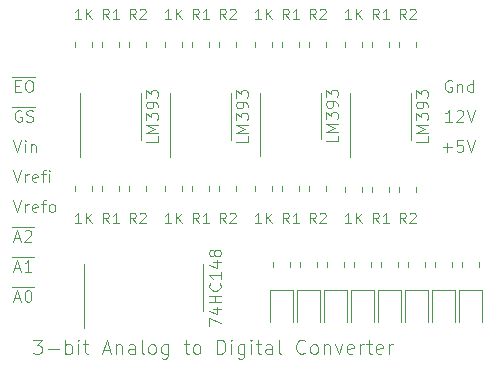
<source format=gbr>
%TF.GenerationSoftware,KiCad,Pcbnew,(6.0.0-0)*%
%TF.CreationDate,2022-03-20T10:52:17-04:00*%
%TF.ProjectId,ADC-smal,4144432d-736d-4616-9c2e-6b696361645f,rev?*%
%TF.SameCoordinates,Original*%
%TF.FileFunction,Legend,Top*%
%TF.FilePolarity,Positive*%
%FSLAX46Y46*%
G04 Gerber Fmt 4.6, Leading zero omitted, Abs format (unit mm)*
G04 Created by KiCad (PCBNEW (6.0.0-0)) date 2022-03-20 10:52:17*
%MOMM*%
%LPD*%
G01*
G04 APERTURE LIST*
%ADD10C,0.100000*%
%ADD11C,0.090000*%
%ADD12C,0.120000*%
G04 APERTURE END LIST*
D10*
X107761000Y-66734000D02*
X108618142Y-66734000D01*
X107951476Y-67730666D02*
X108427666Y-67730666D01*
X107856238Y-68016380D02*
X108189571Y-67016380D01*
X108522904Y-68016380D01*
X108618142Y-66734000D02*
X109570523Y-66734000D01*
X108808619Y-67111619D02*
X108856238Y-67064000D01*
X108951476Y-67016380D01*
X109189571Y-67016380D01*
X109284809Y-67064000D01*
X109332428Y-67111619D01*
X109380047Y-67206857D01*
X109380047Y-67302095D01*
X109332428Y-67444952D01*
X108761000Y-68016380D01*
X109380047Y-68016380D01*
X107761000Y-54034000D02*
X108665761Y-54034000D01*
X107999095Y-54792571D02*
X108332428Y-54792571D01*
X108475285Y-55316380D02*
X107999095Y-55316380D01*
X107999095Y-54316380D01*
X108475285Y-54316380D01*
X108665761Y-54034000D02*
X109713380Y-54034000D01*
X109094333Y-54316380D02*
X109284809Y-54316380D01*
X109380047Y-54364000D01*
X109475285Y-54459238D01*
X109522904Y-54649714D01*
X109522904Y-54983047D01*
X109475285Y-55173523D01*
X109380047Y-55268761D01*
X109284809Y-55316380D01*
X109094333Y-55316380D01*
X108999095Y-55268761D01*
X108903857Y-55173523D01*
X108856238Y-54983047D01*
X108856238Y-54649714D01*
X108903857Y-54459238D01*
X108999095Y-54364000D01*
X109094333Y-54316380D01*
D11*
X125834000Y-66447142D02*
X125534000Y-66018571D01*
X125319714Y-66447142D02*
X125319714Y-65547142D01*
X125662571Y-65547142D01*
X125748285Y-65590000D01*
X125791142Y-65632857D01*
X125834000Y-65718571D01*
X125834000Y-65847142D01*
X125791142Y-65932857D01*
X125748285Y-65975714D01*
X125662571Y-66018571D01*
X125319714Y-66018571D01*
X126176857Y-65632857D02*
X126219714Y-65590000D01*
X126305428Y-65547142D01*
X126519714Y-65547142D01*
X126605428Y-65590000D01*
X126648285Y-65632857D01*
X126691142Y-65718571D01*
X126691142Y-65804285D01*
X126648285Y-65932857D01*
X126134000Y-66447142D01*
X126691142Y-66447142D01*
D10*
X107856238Y-61936380D02*
X108189571Y-62936380D01*
X108522904Y-61936380D01*
X108856238Y-62936380D02*
X108856238Y-62269714D01*
X108856238Y-62460190D02*
X108903857Y-62364952D01*
X108951476Y-62317333D01*
X109046714Y-62269714D01*
X109141952Y-62269714D01*
X109856238Y-62888761D02*
X109761000Y-62936380D01*
X109570523Y-62936380D01*
X109475285Y-62888761D01*
X109427666Y-62793523D01*
X109427666Y-62412571D01*
X109475285Y-62317333D01*
X109570523Y-62269714D01*
X109761000Y-62269714D01*
X109856238Y-62317333D01*
X109903857Y-62412571D01*
X109903857Y-62507809D01*
X109427666Y-62603047D01*
X110189571Y-62269714D02*
X110570523Y-62269714D01*
X110332428Y-62936380D02*
X110332428Y-62079238D01*
X110380047Y-61984000D01*
X110475285Y-61936380D01*
X110570523Y-61936380D01*
X110903857Y-62936380D02*
X110903857Y-62269714D01*
X110903857Y-61936380D02*
X110856238Y-61984000D01*
X110903857Y-62031619D01*
X110951476Y-61984000D01*
X110903857Y-61936380D01*
X110903857Y-62031619D01*
X144191476Y-60015428D02*
X144953380Y-60015428D01*
X144572428Y-60396380D02*
X144572428Y-59634476D01*
X145905761Y-59396380D02*
X145429571Y-59396380D01*
X145381952Y-59872571D01*
X145429571Y-59824952D01*
X145524809Y-59777333D01*
X145762904Y-59777333D01*
X145858142Y-59824952D01*
X145905761Y-59872571D01*
X145953380Y-59967809D01*
X145953380Y-60205904D01*
X145905761Y-60301142D01*
X145858142Y-60348761D01*
X145762904Y-60396380D01*
X145524809Y-60396380D01*
X145429571Y-60348761D01*
X145381952Y-60301142D01*
X146239095Y-59396380D02*
X146572428Y-60396380D01*
X146905761Y-59396380D01*
D11*
X121219142Y-49175142D02*
X120704857Y-49175142D01*
X120962000Y-49175142D02*
X120962000Y-48275142D01*
X120876285Y-48403714D01*
X120790571Y-48489428D01*
X120704857Y-48532285D01*
X121604857Y-49175142D02*
X121604857Y-48275142D01*
X122119142Y-49175142D02*
X121733428Y-48660857D01*
X122119142Y-48275142D02*
X121604857Y-48789428D01*
D10*
X127706380Y-59094476D02*
X127706380Y-59570666D01*
X126706380Y-59570666D01*
X127706380Y-58761142D02*
X126706380Y-58761142D01*
X127420666Y-58427809D01*
X126706380Y-58094476D01*
X127706380Y-58094476D01*
X126706380Y-57713523D02*
X126706380Y-57094476D01*
X127087333Y-57427809D01*
X127087333Y-57284952D01*
X127134952Y-57189714D01*
X127182571Y-57142095D01*
X127277809Y-57094476D01*
X127515904Y-57094476D01*
X127611142Y-57142095D01*
X127658761Y-57189714D01*
X127706380Y-57284952D01*
X127706380Y-57570666D01*
X127658761Y-57665904D01*
X127611142Y-57713523D01*
X127706380Y-56618285D02*
X127706380Y-56427809D01*
X127658761Y-56332571D01*
X127611142Y-56284952D01*
X127468285Y-56189714D01*
X127277809Y-56142095D01*
X126896857Y-56142095D01*
X126801619Y-56189714D01*
X126754000Y-56237333D01*
X126706380Y-56332571D01*
X126706380Y-56523047D01*
X126754000Y-56618285D01*
X126801619Y-56665904D01*
X126896857Y-56713523D01*
X127134952Y-56713523D01*
X127230190Y-56665904D01*
X127277809Y-56618285D01*
X127325428Y-56523047D01*
X127325428Y-56332571D01*
X127277809Y-56237333D01*
X127230190Y-56189714D01*
X127134952Y-56142095D01*
X126706380Y-55808761D02*
X126706380Y-55189714D01*
X127087333Y-55523047D01*
X127087333Y-55380190D01*
X127134952Y-55284952D01*
X127182571Y-55237333D01*
X127277809Y-55189714D01*
X127515904Y-55189714D01*
X127611142Y-55237333D01*
X127658761Y-55284952D01*
X127706380Y-55380190D01*
X127706380Y-55665904D01*
X127658761Y-55761142D01*
X127611142Y-55808761D01*
D11*
X136459142Y-49175142D02*
X135944857Y-49175142D01*
X136202000Y-49175142D02*
X136202000Y-48275142D01*
X136116285Y-48403714D01*
X136030571Y-48489428D01*
X135944857Y-48532285D01*
X136844857Y-49175142D02*
X136844857Y-48275142D01*
X137359142Y-49175142D02*
X136973428Y-48660857D01*
X137359142Y-48275142D02*
X136844857Y-48789428D01*
X121219142Y-66447142D02*
X120704857Y-66447142D01*
X120962000Y-66447142D02*
X120962000Y-65547142D01*
X120876285Y-65675714D01*
X120790571Y-65761428D01*
X120704857Y-65804285D01*
X121604857Y-66447142D02*
X121604857Y-65547142D01*
X122119142Y-66447142D02*
X121733428Y-65932857D01*
X122119142Y-65547142D02*
X121604857Y-66061428D01*
D10*
X107856238Y-64476380D02*
X108189571Y-65476380D01*
X108522904Y-64476380D01*
X108856238Y-65476380D02*
X108856238Y-64809714D01*
X108856238Y-65000190D02*
X108903857Y-64904952D01*
X108951476Y-64857333D01*
X109046714Y-64809714D01*
X109141952Y-64809714D01*
X109856238Y-65428761D02*
X109761000Y-65476380D01*
X109570523Y-65476380D01*
X109475285Y-65428761D01*
X109427666Y-65333523D01*
X109427666Y-64952571D01*
X109475285Y-64857333D01*
X109570523Y-64809714D01*
X109761000Y-64809714D01*
X109856238Y-64857333D01*
X109903857Y-64952571D01*
X109903857Y-65047809D01*
X109427666Y-65143047D01*
X110189571Y-64809714D02*
X110570523Y-64809714D01*
X110332428Y-65476380D02*
X110332428Y-64619238D01*
X110380047Y-64524000D01*
X110475285Y-64476380D01*
X110570523Y-64476380D01*
X111046714Y-65476380D02*
X110951476Y-65428761D01*
X110903857Y-65381142D01*
X110856238Y-65285904D01*
X110856238Y-65000190D01*
X110903857Y-64904952D01*
X110951476Y-64857333D01*
X111046714Y-64809714D01*
X111189571Y-64809714D01*
X111284809Y-64857333D01*
X111332428Y-64904952D01*
X111380047Y-65000190D01*
X111380047Y-65285904D01*
X111332428Y-65381142D01*
X111284809Y-65428761D01*
X111189571Y-65476380D01*
X111046714Y-65476380D01*
D11*
X118214000Y-49175142D02*
X117914000Y-48746571D01*
X117699714Y-49175142D02*
X117699714Y-48275142D01*
X118042571Y-48275142D01*
X118128285Y-48318000D01*
X118171142Y-48360857D01*
X118214000Y-48446571D01*
X118214000Y-48575142D01*
X118171142Y-48660857D01*
X118128285Y-48703714D01*
X118042571Y-48746571D01*
X117699714Y-48746571D01*
X118556857Y-48360857D02*
X118599714Y-48318000D01*
X118685428Y-48275142D01*
X118899714Y-48275142D01*
X118985428Y-48318000D01*
X119028285Y-48360857D01*
X119071142Y-48446571D01*
X119071142Y-48532285D01*
X119028285Y-48660857D01*
X118514000Y-49175142D01*
X119071142Y-49175142D01*
D10*
X107856238Y-59396380D02*
X108189571Y-60396380D01*
X108522904Y-59396380D01*
X108856238Y-60396380D02*
X108856238Y-59729714D01*
X108856238Y-59396380D02*
X108808619Y-59444000D01*
X108856238Y-59491619D01*
X108903857Y-59444000D01*
X108856238Y-59396380D01*
X108856238Y-59491619D01*
X109332428Y-59729714D02*
X109332428Y-60396380D01*
X109332428Y-59824952D02*
X109380047Y-59777333D01*
X109475285Y-59729714D01*
X109618142Y-59729714D01*
X109713380Y-59777333D01*
X109761000Y-59872571D01*
X109761000Y-60396380D01*
X120086380Y-59094476D02*
X120086380Y-59570666D01*
X119086380Y-59570666D01*
X120086380Y-58761142D02*
X119086380Y-58761142D01*
X119800666Y-58427809D01*
X119086380Y-58094476D01*
X120086380Y-58094476D01*
X119086380Y-57713523D02*
X119086380Y-57094476D01*
X119467333Y-57427809D01*
X119467333Y-57284952D01*
X119514952Y-57189714D01*
X119562571Y-57142095D01*
X119657809Y-57094476D01*
X119895904Y-57094476D01*
X119991142Y-57142095D01*
X120038761Y-57189714D01*
X120086380Y-57284952D01*
X120086380Y-57570666D01*
X120038761Y-57665904D01*
X119991142Y-57713523D01*
X120086380Y-56618285D02*
X120086380Y-56427809D01*
X120038761Y-56332571D01*
X119991142Y-56284952D01*
X119848285Y-56189714D01*
X119657809Y-56142095D01*
X119276857Y-56142095D01*
X119181619Y-56189714D01*
X119134000Y-56237333D01*
X119086380Y-56332571D01*
X119086380Y-56523047D01*
X119134000Y-56618285D01*
X119181619Y-56665904D01*
X119276857Y-56713523D01*
X119514952Y-56713523D01*
X119610190Y-56665904D01*
X119657809Y-56618285D01*
X119705428Y-56523047D01*
X119705428Y-56332571D01*
X119657809Y-56237333D01*
X119610190Y-56189714D01*
X119514952Y-56142095D01*
X119086380Y-55808761D02*
X119086380Y-55189714D01*
X119467333Y-55523047D01*
X119467333Y-55380190D01*
X119514952Y-55284952D01*
X119562571Y-55237333D01*
X119657809Y-55189714D01*
X119895904Y-55189714D01*
X119991142Y-55237333D01*
X120038761Y-55284952D01*
X120086380Y-55380190D01*
X120086380Y-55665904D01*
X120038761Y-55761142D01*
X119991142Y-55808761D01*
D11*
X115928000Y-66447142D02*
X115628000Y-66018571D01*
X115413714Y-66447142D02*
X115413714Y-65547142D01*
X115756571Y-65547142D01*
X115842285Y-65590000D01*
X115885142Y-65632857D01*
X115928000Y-65718571D01*
X115928000Y-65847142D01*
X115885142Y-65932857D01*
X115842285Y-65975714D01*
X115756571Y-66018571D01*
X115413714Y-66018571D01*
X116785142Y-66447142D02*
X116270857Y-66447142D01*
X116528000Y-66447142D02*
X116528000Y-65547142D01*
X116442285Y-65675714D01*
X116356571Y-65761428D01*
X116270857Y-65804285D01*
D10*
X144953380Y-54364000D02*
X144858142Y-54316380D01*
X144715285Y-54316380D01*
X144572428Y-54364000D01*
X144477190Y-54459238D01*
X144429571Y-54554476D01*
X144381952Y-54744952D01*
X144381952Y-54887809D01*
X144429571Y-55078285D01*
X144477190Y-55173523D01*
X144572428Y-55268761D01*
X144715285Y-55316380D01*
X144810523Y-55316380D01*
X144953380Y-55268761D01*
X145001000Y-55221142D01*
X145001000Y-54887809D01*
X144810523Y-54887809D01*
X145429571Y-54649714D02*
X145429571Y-55316380D01*
X145429571Y-54744952D02*
X145477190Y-54697333D01*
X145572428Y-54649714D01*
X145715285Y-54649714D01*
X145810523Y-54697333D01*
X145858142Y-54792571D01*
X145858142Y-55316380D01*
X146762904Y-55316380D02*
X146762904Y-54316380D01*
X146762904Y-55268761D02*
X146667666Y-55316380D01*
X146477190Y-55316380D01*
X146381952Y-55268761D01*
X146334333Y-55221142D01*
X146286714Y-55125904D01*
X146286714Y-54840190D01*
X146334333Y-54744952D01*
X146381952Y-54697333D01*
X146477190Y-54649714D01*
X146667666Y-54649714D01*
X146762904Y-54697333D01*
D11*
X128839142Y-66447142D02*
X128324857Y-66447142D01*
X128582000Y-66447142D02*
X128582000Y-65547142D01*
X128496285Y-65675714D01*
X128410571Y-65761428D01*
X128324857Y-65804285D01*
X129224857Y-66447142D02*
X129224857Y-65547142D01*
X129739142Y-66447142D02*
X129353428Y-65932857D01*
X129739142Y-65547142D02*
X129224857Y-66061428D01*
D10*
X124420380Y-75143904D02*
X124420380Y-74477238D01*
X125420380Y-74905809D01*
X124753714Y-73667714D02*
X125420380Y-73667714D01*
X124372761Y-73905809D02*
X125087047Y-74143904D01*
X125087047Y-73524857D01*
X125420380Y-73143904D02*
X124420380Y-73143904D01*
X124896571Y-73143904D02*
X124896571Y-72572476D01*
X125420380Y-72572476D02*
X124420380Y-72572476D01*
X125325142Y-71524857D02*
X125372761Y-71572476D01*
X125420380Y-71715333D01*
X125420380Y-71810571D01*
X125372761Y-71953428D01*
X125277523Y-72048666D01*
X125182285Y-72096285D01*
X124991809Y-72143904D01*
X124848952Y-72143904D01*
X124658476Y-72096285D01*
X124563238Y-72048666D01*
X124468000Y-71953428D01*
X124420380Y-71810571D01*
X124420380Y-71715333D01*
X124468000Y-71572476D01*
X124515619Y-71524857D01*
X125420380Y-70572476D02*
X125420380Y-71143904D01*
X125420380Y-70858190D02*
X124420380Y-70858190D01*
X124563238Y-70953428D01*
X124658476Y-71048666D01*
X124706095Y-71143904D01*
X124753714Y-69715333D02*
X125420380Y-69715333D01*
X124372761Y-69953428D02*
X125087047Y-70191523D01*
X125087047Y-69572476D01*
X124848952Y-69048666D02*
X124801333Y-69143904D01*
X124753714Y-69191523D01*
X124658476Y-69239142D01*
X124610857Y-69239142D01*
X124515619Y-69191523D01*
X124468000Y-69143904D01*
X124420380Y-69048666D01*
X124420380Y-68858190D01*
X124468000Y-68762952D01*
X124515619Y-68715333D01*
X124610857Y-68667714D01*
X124658476Y-68667714D01*
X124753714Y-68715333D01*
X124801333Y-68762952D01*
X124848952Y-68858190D01*
X124848952Y-69048666D01*
X124896571Y-69143904D01*
X124944190Y-69191523D01*
X125039428Y-69239142D01*
X125229904Y-69239142D01*
X125325142Y-69191523D01*
X125372761Y-69143904D01*
X125420380Y-69048666D01*
X125420380Y-68858190D01*
X125372761Y-68762952D01*
X125325142Y-68715333D01*
X125229904Y-68667714D01*
X125039428Y-68667714D01*
X124944190Y-68715333D01*
X124896571Y-68762952D01*
X124848952Y-68858190D01*
X109513999Y-76304857D02*
X110256857Y-76304857D01*
X109856857Y-76762000D01*
X110028285Y-76762000D01*
X110142571Y-76819142D01*
X110199714Y-76876285D01*
X110256857Y-76990571D01*
X110256857Y-77276285D01*
X110199714Y-77390571D01*
X110142571Y-77447714D01*
X110028285Y-77504857D01*
X109685428Y-77504857D01*
X109571142Y-77447714D01*
X109513999Y-77390571D01*
X110771142Y-77047714D02*
X111685428Y-77047714D01*
X112256857Y-77504857D02*
X112256857Y-76304857D01*
X112256857Y-76762000D02*
X112371142Y-76704857D01*
X112599714Y-76704857D01*
X112713999Y-76762000D01*
X112771142Y-76819142D01*
X112828285Y-76933428D01*
X112828285Y-77276285D01*
X112771142Y-77390571D01*
X112713999Y-77447714D01*
X112599714Y-77504857D01*
X112371142Y-77504857D01*
X112256857Y-77447714D01*
X113342571Y-77504857D02*
X113342571Y-76704857D01*
X113342571Y-76304857D02*
X113285428Y-76362000D01*
X113342571Y-76419142D01*
X113399714Y-76362000D01*
X113342571Y-76304857D01*
X113342571Y-76419142D01*
X113742571Y-76704857D02*
X114199714Y-76704857D01*
X113913999Y-76304857D02*
X113913999Y-77333428D01*
X113971142Y-77447714D01*
X114085428Y-77504857D01*
X114199714Y-77504857D01*
X115456857Y-77162000D02*
X116028285Y-77162000D01*
X115342571Y-77504857D02*
X115742571Y-76304857D01*
X116142571Y-77504857D01*
X116542571Y-76704857D02*
X116542571Y-77504857D01*
X116542571Y-76819142D02*
X116599714Y-76762000D01*
X116713999Y-76704857D01*
X116885428Y-76704857D01*
X116999714Y-76762000D01*
X117056857Y-76876285D01*
X117056857Y-77504857D01*
X118142571Y-77504857D02*
X118142571Y-76876285D01*
X118085428Y-76762000D01*
X117971142Y-76704857D01*
X117742571Y-76704857D01*
X117628285Y-76762000D01*
X118142571Y-77447714D02*
X118028285Y-77504857D01*
X117742571Y-77504857D01*
X117628285Y-77447714D01*
X117571142Y-77333428D01*
X117571142Y-77219142D01*
X117628285Y-77104857D01*
X117742571Y-77047714D01*
X118028285Y-77047714D01*
X118142571Y-76990571D01*
X118885428Y-77504857D02*
X118771142Y-77447714D01*
X118713999Y-77333428D01*
X118713999Y-76304857D01*
X119513999Y-77504857D02*
X119399714Y-77447714D01*
X119342571Y-77390571D01*
X119285428Y-77276285D01*
X119285428Y-76933428D01*
X119342571Y-76819142D01*
X119399714Y-76762000D01*
X119513999Y-76704857D01*
X119685428Y-76704857D01*
X119799714Y-76762000D01*
X119856857Y-76819142D01*
X119913999Y-76933428D01*
X119913999Y-77276285D01*
X119856857Y-77390571D01*
X119799714Y-77447714D01*
X119685428Y-77504857D01*
X119513999Y-77504857D01*
X120942571Y-76704857D02*
X120942571Y-77676285D01*
X120885428Y-77790571D01*
X120828285Y-77847714D01*
X120713999Y-77904857D01*
X120542571Y-77904857D01*
X120428285Y-77847714D01*
X120942571Y-77447714D02*
X120828285Y-77504857D01*
X120599714Y-77504857D01*
X120485428Y-77447714D01*
X120428285Y-77390571D01*
X120371142Y-77276285D01*
X120371142Y-76933428D01*
X120428285Y-76819142D01*
X120485428Y-76762000D01*
X120599714Y-76704857D01*
X120828285Y-76704857D01*
X120942571Y-76762000D01*
X122256857Y-76704857D02*
X122713999Y-76704857D01*
X122428285Y-76304857D02*
X122428285Y-77333428D01*
X122485428Y-77447714D01*
X122599714Y-77504857D01*
X122713999Y-77504857D01*
X123285428Y-77504857D02*
X123171142Y-77447714D01*
X123113999Y-77390571D01*
X123056857Y-77276285D01*
X123056857Y-76933428D01*
X123113999Y-76819142D01*
X123171142Y-76762000D01*
X123285428Y-76704857D01*
X123456857Y-76704857D01*
X123571142Y-76762000D01*
X123628285Y-76819142D01*
X123685428Y-76933428D01*
X123685428Y-77276285D01*
X123628285Y-77390571D01*
X123571142Y-77447714D01*
X123456857Y-77504857D01*
X123285428Y-77504857D01*
X125113999Y-77504857D02*
X125113999Y-76304857D01*
X125399714Y-76304857D01*
X125571142Y-76362000D01*
X125685428Y-76476285D01*
X125742571Y-76590571D01*
X125799714Y-76819142D01*
X125799714Y-76990571D01*
X125742571Y-77219142D01*
X125685428Y-77333428D01*
X125571142Y-77447714D01*
X125399714Y-77504857D01*
X125113999Y-77504857D01*
X126313999Y-77504857D02*
X126313999Y-76704857D01*
X126313999Y-76304857D02*
X126256857Y-76362000D01*
X126313999Y-76419142D01*
X126371142Y-76362000D01*
X126313999Y-76304857D01*
X126313999Y-76419142D01*
X127399714Y-76704857D02*
X127399714Y-77676285D01*
X127342571Y-77790571D01*
X127285428Y-77847714D01*
X127171142Y-77904857D01*
X126999714Y-77904857D01*
X126885428Y-77847714D01*
X127399714Y-77447714D02*
X127285428Y-77504857D01*
X127056857Y-77504857D01*
X126942571Y-77447714D01*
X126885428Y-77390571D01*
X126828285Y-77276285D01*
X126828285Y-76933428D01*
X126885428Y-76819142D01*
X126942571Y-76762000D01*
X127056857Y-76704857D01*
X127285428Y-76704857D01*
X127399714Y-76762000D01*
X127971142Y-77504857D02*
X127971142Y-76704857D01*
X127971142Y-76304857D02*
X127914000Y-76362000D01*
X127971142Y-76419142D01*
X128028285Y-76362000D01*
X127971142Y-76304857D01*
X127971142Y-76419142D01*
X128371142Y-76704857D02*
X128828285Y-76704857D01*
X128542571Y-76304857D02*
X128542571Y-77333428D01*
X128599714Y-77447714D01*
X128714000Y-77504857D01*
X128828285Y-77504857D01*
X129742571Y-77504857D02*
X129742571Y-76876285D01*
X129685428Y-76762000D01*
X129571142Y-76704857D01*
X129342571Y-76704857D01*
X129228285Y-76762000D01*
X129742571Y-77447714D02*
X129628285Y-77504857D01*
X129342571Y-77504857D01*
X129228285Y-77447714D01*
X129171142Y-77333428D01*
X129171142Y-77219142D01*
X129228285Y-77104857D01*
X129342571Y-77047714D01*
X129628285Y-77047714D01*
X129742571Y-76990571D01*
X130485428Y-77504857D02*
X130371142Y-77447714D01*
X130314000Y-77333428D01*
X130314000Y-76304857D01*
X132542571Y-77390571D02*
X132485428Y-77447714D01*
X132314000Y-77504857D01*
X132199714Y-77504857D01*
X132028285Y-77447714D01*
X131914000Y-77333428D01*
X131856857Y-77219142D01*
X131799714Y-76990571D01*
X131799714Y-76819142D01*
X131856857Y-76590571D01*
X131914000Y-76476285D01*
X132028285Y-76362000D01*
X132199714Y-76304857D01*
X132314000Y-76304857D01*
X132485428Y-76362000D01*
X132542571Y-76419142D01*
X133228285Y-77504857D02*
X133114000Y-77447714D01*
X133056857Y-77390571D01*
X132999714Y-77276285D01*
X132999714Y-76933428D01*
X133056857Y-76819142D01*
X133114000Y-76762000D01*
X133228285Y-76704857D01*
X133399714Y-76704857D01*
X133514000Y-76762000D01*
X133571142Y-76819142D01*
X133628285Y-76933428D01*
X133628285Y-77276285D01*
X133571142Y-77390571D01*
X133514000Y-77447714D01*
X133399714Y-77504857D01*
X133228285Y-77504857D01*
X134142571Y-76704857D02*
X134142571Y-77504857D01*
X134142571Y-76819142D02*
X134199714Y-76762000D01*
X134314000Y-76704857D01*
X134485428Y-76704857D01*
X134599714Y-76762000D01*
X134656857Y-76876285D01*
X134656857Y-77504857D01*
X135114000Y-76704857D02*
X135399714Y-77504857D01*
X135685428Y-76704857D01*
X136599714Y-77447714D02*
X136485428Y-77504857D01*
X136256857Y-77504857D01*
X136142571Y-77447714D01*
X136085428Y-77333428D01*
X136085428Y-76876285D01*
X136142571Y-76762000D01*
X136256857Y-76704857D01*
X136485428Y-76704857D01*
X136599714Y-76762000D01*
X136656857Y-76876285D01*
X136656857Y-76990571D01*
X136085428Y-77104857D01*
X137171142Y-77504857D02*
X137171142Y-76704857D01*
X137171142Y-76933428D02*
X137228285Y-76819142D01*
X137285428Y-76762000D01*
X137399714Y-76704857D01*
X137514000Y-76704857D01*
X137742571Y-76704857D02*
X138199714Y-76704857D01*
X137914000Y-76304857D02*
X137914000Y-77333428D01*
X137971142Y-77447714D01*
X138085428Y-77504857D01*
X138199714Y-77504857D01*
X139056857Y-77447714D02*
X138942571Y-77504857D01*
X138714000Y-77504857D01*
X138599714Y-77447714D01*
X138542571Y-77333428D01*
X138542571Y-76876285D01*
X138599714Y-76762000D01*
X138714000Y-76704857D01*
X138942571Y-76704857D01*
X139056857Y-76762000D01*
X139114000Y-76876285D01*
X139114000Y-76990571D01*
X138542571Y-77104857D01*
X139628285Y-77504857D02*
X139628285Y-76704857D01*
X139628285Y-76933428D02*
X139685428Y-76819142D01*
X139742571Y-76762000D01*
X139856857Y-76704857D01*
X139971142Y-76704857D01*
D11*
X113599142Y-66447142D02*
X113084857Y-66447142D01*
X113342000Y-66447142D02*
X113342000Y-65547142D01*
X113256285Y-65675714D01*
X113170571Y-65761428D01*
X113084857Y-65804285D01*
X113984857Y-66447142D02*
X113984857Y-65547142D01*
X114499142Y-66447142D02*
X114113428Y-65932857D01*
X114499142Y-65547142D02*
X113984857Y-66061428D01*
X123548000Y-66447142D02*
X123248000Y-66018571D01*
X123033714Y-66447142D02*
X123033714Y-65547142D01*
X123376571Y-65547142D01*
X123462285Y-65590000D01*
X123505142Y-65632857D01*
X123548000Y-65718571D01*
X123548000Y-65847142D01*
X123505142Y-65932857D01*
X123462285Y-65975714D01*
X123376571Y-66018571D01*
X123033714Y-66018571D01*
X124405142Y-66447142D02*
X123890857Y-66447142D01*
X124148000Y-66447142D02*
X124148000Y-65547142D01*
X124062285Y-65675714D01*
X123976571Y-65761428D01*
X123890857Y-65804285D01*
X138788000Y-49175142D02*
X138488000Y-48746571D01*
X138273714Y-49175142D02*
X138273714Y-48275142D01*
X138616571Y-48275142D01*
X138702285Y-48318000D01*
X138745142Y-48360857D01*
X138788000Y-48446571D01*
X138788000Y-48575142D01*
X138745142Y-48660857D01*
X138702285Y-48703714D01*
X138616571Y-48746571D01*
X138273714Y-48746571D01*
X139645142Y-49175142D02*
X139130857Y-49175142D01*
X139388000Y-49175142D02*
X139388000Y-48275142D01*
X139302285Y-48403714D01*
X139216571Y-48489428D01*
X139130857Y-48532285D01*
X138788000Y-66447142D02*
X138488000Y-66018571D01*
X138273714Y-66447142D02*
X138273714Y-65547142D01*
X138616571Y-65547142D01*
X138702285Y-65590000D01*
X138745142Y-65632857D01*
X138788000Y-65718571D01*
X138788000Y-65847142D01*
X138745142Y-65932857D01*
X138702285Y-65975714D01*
X138616571Y-66018571D01*
X138273714Y-66018571D01*
X139645142Y-66447142D02*
X139130857Y-66447142D01*
X139388000Y-66447142D02*
X139388000Y-65547142D01*
X139302285Y-65675714D01*
X139216571Y-65761428D01*
X139130857Y-65804285D01*
X115928000Y-49175142D02*
X115628000Y-48746571D01*
X115413714Y-49175142D02*
X115413714Y-48275142D01*
X115756571Y-48275142D01*
X115842285Y-48318000D01*
X115885142Y-48360857D01*
X115928000Y-48446571D01*
X115928000Y-48575142D01*
X115885142Y-48660857D01*
X115842285Y-48703714D01*
X115756571Y-48746571D01*
X115413714Y-48746571D01*
X116785142Y-49175142D02*
X116270857Y-49175142D01*
X116528000Y-49175142D02*
X116528000Y-48275142D01*
X116442285Y-48403714D01*
X116356571Y-48489428D01*
X116270857Y-48532285D01*
X141074000Y-66447142D02*
X140774000Y-66018571D01*
X140559714Y-66447142D02*
X140559714Y-65547142D01*
X140902571Y-65547142D01*
X140988285Y-65590000D01*
X141031142Y-65632857D01*
X141074000Y-65718571D01*
X141074000Y-65847142D01*
X141031142Y-65932857D01*
X140988285Y-65975714D01*
X140902571Y-66018571D01*
X140559714Y-66018571D01*
X141416857Y-65632857D02*
X141459714Y-65590000D01*
X141545428Y-65547142D01*
X141759714Y-65547142D01*
X141845428Y-65590000D01*
X141888285Y-65632857D01*
X141931142Y-65718571D01*
X141931142Y-65804285D01*
X141888285Y-65932857D01*
X141374000Y-66447142D01*
X141931142Y-66447142D01*
X123548000Y-49175142D02*
X123248000Y-48746571D01*
X123033714Y-49175142D02*
X123033714Y-48275142D01*
X123376571Y-48275142D01*
X123462285Y-48318000D01*
X123505142Y-48360857D01*
X123548000Y-48446571D01*
X123548000Y-48575142D01*
X123505142Y-48660857D01*
X123462285Y-48703714D01*
X123376571Y-48746571D01*
X123033714Y-48746571D01*
X124405142Y-49175142D02*
X123890857Y-49175142D01*
X124148000Y-49175142D02*
X124148000Y-48275142D01*
X124062285Y-48403714D01*
X123976571Y-48489428D01*
X123890857Y-48532285D01*
X141074000Y-49175142D02*
X140774000Y-48746571D01*
X140559714Y-49175142D02*
X140559714Y-48275142D01*
X140902571Y-48275142D01*
X140988285Y-48318000D01*
X141031142Y-48360857D01*
X141074000Y-48446571D01*
X141074000Y-48575142D01*
X141031142Y-48660857D01*
X140988285Y-48703714D01*
X140902571Y-48746571D01*
X140559714Y-48746571D01*
X141416857Y-48360857D02*
X141459714Y-48318000D01*
X141545428Y-48275142D01*
X141759714Y-48275142D01*
X141845428Y-48318000D01*
X141888285Y-48360857D01*
X141931142Y-48446571D01*
X141931142Y-48532285D01*
X141888285Y-48660857D01*
X141374000Y-49175142D01*
X141931142Y-49175142D01*
X136459142Y-66447142D02*
X135944857Y-66447142D01*
X136202000Y-66447142D02*
X136202000Y-65547142D01*
X136116285Y-65675714D01*
X136030571Y-65761428D01*
X135944857Y-65804285D01*
X136844857Y-66447142D02*
X136844857Y-65547142D01*
X137359142Y-66447142D02*
X136973428Y-65932857D01*
X137359142Y-65547142D02*
X136844857Y-66061428D01*
D10*
X135326380Y-59029476D02*
X135326380Y-59505666D01*
X134326380Y-59505666D01*
X135326380Y-58696142D02*
X134326380Y-58696142D01*
X135040666Y-58362809D01*
X134326380Y-58029476D01*
X135326380Y-58029476D01*
X134326380Y-57648523D02*
X134326380Y-57029476D01*
X134707333Y-57362809D01*
X134707333Y-57219952D01*
X134754952Y-57124714D01*
X134802571Y-57077095D01*
X134897809Y-57029476D01*
X135135904Y-57029476D01*
X135231142Y-57077095D01*
X135278761Y-57124714D01*
X135326380Y-57219952D01*
X135326380Y-57505666D01*
X135278761Y-57600904D01*
X135231142Y-57648523D01*
X135326380Y-56553285D02*
X135326380Y-56362809D01*
X135278761Y-56267571D01*
X135231142Y-56219952D01*
X135088285Y-56124714D01*
X134897809Y-56077095D01*
X134516857Y-56077095D01*
X134421619Y-56124714D01*
X134374000Y-56172333D01*
X134326380Y-56267571D01*
X134326380Y-56458047D01*
X134374000Y-56553285D01*
X134421619Y-56600904D01*
X134516857Y-56648523D01*
X134754952Y-56648523D01*
X134850190Y-56600904D01*
X134897809Y-56553285D01*
X134945428Y-56458047D01*
X134945428Y-56267571D01*
X134897809Y-56172333D01*
X134850190Y-56124714D01*
X134754952Y-56077095D01*
X134326380Y-55743761D02*
X134326380Y-55124714D01*
X134707333Y-55458047D01*
X134707333Y-55315190D01*
X134754952Y-55219952D01*
X134802571Y-55172333D01*
X134897809Y-55124714D01*
X135135904Y-55124714D01*
X135231142Y-55172333D01*
X135278761Y-55219952D01*
X135326380Y-55315190D01*
X135326380Y-55600904D01*
X135278761Y-55696142D01*
X135231142Y-55743761D01*
D11*
X133454000Y-49175142D02*
X133154000Y-48746571D01*
X132939714Y-49175142D02*
X132939714Y-48275142D01*
X133282571Y-48275142D01*
X133368285Y-48318000D01*
X133411142Y-48360857D01*
X133454000Y-48446571D01*
X133454000Y-48575142D01*
X133411142Y-48660857D01*
X133368285Y-48703714D01*
X133282571Y-48746571D01*
X132939714Y-48746571D01*
X133796857Y-48360857D02*
X133839714Y-48318000D01*
X133925428Y-48275142D01*
X134139714Y-48275142D01*
X134225428Y-48318000D01*
X134268285Y-48360857D01*
X134311142Y-48446571D01*
X134311142Y-48532285D01*
X134268285Y-48660857D01*
X133754000Y-49175142D01*
X134311142Y-49175142D01*
X131168000Y-66447142D02*
X130868000Y-66018571D01*
X130653714Y-66447142D02*
X130653714Y-65547142D01*
X130996571Y-65547142D01*
X131082285Y-65590000D01*
X131125142Y-65632857D01*
X131168000Y-65718571D01*
X131168000Y-65847142D01*
X131125142Y-65932857D01*
X131082285Y-65975714D01*
X130996571Y-66018571D01*
X130653714Y-66018571D01*
X132025142Y-66447142D02*
X131510857Y-66447142D01*
X131768000Y-66447142D02*
X131768000Y-65547142D01*
X131682285Y-65675714D01*
X131596571Y-65761428D01*
X131510857Y-65804285D01*
X133454000Y-66447142D02*
X133154000Y-66018571D01*
X132939714Y-66447142D02*
X132939714Y-65547142D01*
X133282571Y-65547142D01*
X133368285Y-65590000D01*
X133411142Y-65632857D01*
X133454000Y-65718571D01*
X133454000Y-65847142D01*
X133411142Y-65932857D01*
X133368285Y-65975714D01*
X133282571Y-66018571D01*
X132939714Y-66018571D01*
X133796857Y-65632857D02*
X133839714Y-65590000D01*
X133925428Y-65547142D01*
X134139714Y-65547142D01*
X134225428Y-65590000D01*
X134268285Y-65632857D01*
X134311142Y-65718571D01*
X134311142Y-65804285D01*
X134268285Y-65932857D01*
X133754000Y-66447142D01*
X134311142Y-66447142D01*
X113599142Y-49175142D02*
X113084857Y-49175142D01*
X113342000Y-49175142D02*
X113342000Y-48275142D01*
X113256285Y-48403714D01*
X113170571Y-48489428D01*
X113084857Y-48532285D01*
X113984857Y-49175142D02*
X113984857Y-48275142D01*
X114499142Y-49175142D02*
X114113428Y-48660857D01*
X114499142Y-48275142D02*
X113984857Y-48789428D01*
X125834000Y-49175142D02*
X125534000Y-48746571D01*
X125319714Y-49175142D02*
X125319714Y-48275142D01*
X125662571Y-48275142D01*
X125748285Y-48318000D01*
X125791142Y-48360857D01*
X125834000Y-48446571D01*
X125834000Y-48575142D01*
X125791142Y-48660857D01*
X125748285Y-48703714D01*
X125662571Y-48746571D01*
X125319714Y-48746571D01*
X126176857Y-48360857D02*
X126219714Y-48318000D01*
X126305428Y-48275142D01*
X126519714Y-48275142D01*
X126605428Y-48318000D01*
X126648285Y-48360857D01*
X126691142Y-48446571D01*
X126691142Y-48532285D01*
X126648285Y-48660857D01*
X126134000Y-49175142D01*
X126691142Y-49175142D01*
X131168000Y-49175142D02*
X130868000Y-48746571D01*
X130653714Y-49175142D02*
X130653714Y-48275142D01*
X130996571Y-48275142D01*
X131082285Y-48318000D01*
X131125142Y-48360857D01*
X131168000Y-48446571D01*
X131168000Y-48575142D01*
X131125142Y-48660857D01*
X131082285Y-48703714D01*
X130996571Y-48746571D01*
X130653714Y-48746571D01*
X132025142Y-49175142D02*
X131510857Y-49175142D01*
X131768000Y-49175142D02*
X131768000Y-48275142D01*
X131682285Y-48403714D01*
X131596571Y-48489428D01*
X131510857Y-48532285D01*
X118214000Y-66447142D02*
X117914000Y-66018571D01*
X117699714Y-66447142D02*
X117699714Y-65547142D01*
X118042571Y-65547142D01*
X118128285Y-65590000D01*
X118171142Y-65632857D01*
X118214000Y-65718571D01*
X118214000Y-65847142D01*
X118171142Y-65932857D01*
X118128285Y-65975714D01*
X118042571Y-66018571D01*
X117699714Y-66018571D01*
X118556857Y-65632857D02*
X118599714Y-65590000D01*
X118685428Y-65547142D01*
X118899714Y-65547142D01*
X118985428Y-65590000D01*
X119028285Y-65632857D01*
X119071142Y-65718571D01*
X119071142Y-65804285D01*
X119028285Y-65932857D01*
X118514000Y-66447142D01*
X119071142Y-66447142D01*
D10*
X142946380Y-59094476D02*
X142946380Y-59570666D01*
X141946380Y-59570666D01*
X142946380Y-58761142D02*
X141946380Y-58761142D01*
X142660666Y-58427809D01*
X141946380Y-58094476D01*
X142946380Y-58094476D01*
X141946380Y-57713523D02*
X141946380Y-57094476D01*
X142327333Y-57427809D01*
X142327333Y-57284952D01*
X142374952Y-57189714D01*
X142422571Y-57142095D01*
X142517809Y-57094476D01*
X142755904Y-57094476D01*
X142851142Y-57142095D01*
X142898761Y-57189714D01*
X142946380Y-57284952D01*
X142946380Y-57570666D01*
X142898761Y-57665904D01*
X142851142Y-57713523D01*
X142946380Y-56618285D02*
X142946380Y-56427809D01*
X142898761Y-56332571D01*
X142851142Y-56284952D01*
X142708285Y-56189714D01*
X142517809Y-56142095D01*
X142136857Y-56142095D01*
X142041619Y-56189714D01*
X141994000Y-56237333D01*
X141946380Y-56332571D01*
X141946380Y-56523047D01*
X141994000Y-56618285D01*
X142041619Y-56665904D01*
X142136857Y-56713523D01*
X142374952Y-56713523D01*
X142470190Y-56665904D01*
X142517809Y-56618285D01*
X142565428Y-56523047D01*
X142565428Y-56332571D01*
X142517809Y-56237333D01*
X142470190Y-56189714D01*
X142374952Y-56142095D01*
X141946380Y-55808761D02*
X141946380Y-55189714D01*
X142327333Y-55523047D01*
X142327333Y-55380190D01*
X142374952Y-55284952D01*
X142422571Y-55237333D01*
X142517809Y-55189714D01*
X142755904Y-55189714D01*
X142851142Y-55237333D01*
X142898761Y-55284952D01*
X142946380Y-55380190D01*
X142946380Y-55665904D01*
X142898761Y-55761142D01*
X142851142Y-55808761D01*
X107761000Y-71814000D02*
X108618142Y-71814000D01*
X107951476Y-72810666D02*
X108427666Y-72810666D01*
X107856238Y-73096380D02*
X108189571Y-72096380D01*
X108522904Y-73096380D01*
X108618142Y-71814000D02*
X109570523Y-71814000D01*
X109046714Y-72096380D02*
X109141952Y-72096380D01*
X109237190Y-72144000D01*
X109284809Y-72191619D01*
X109332428Y-72286857D01*
X109380047Y-72477333D01*
X109380047Y-72715428D01*
X109332428Y-72905904D01*
X109284809Y-73001142D01*
X109237190Y-73048761D01*
X109141952Y-73096380D01*
X109046714Y-73096380D01*
X108951476Y-73048761D01*
X108903857Y-73001142D01*
X108856238Y-72905904D01*
X108808619Y-72715428D01*
X108808619Y-72477333D01*
X108856238Y-72286857D01*
X108903857Y-72191619D01*
X108951476Y-72144000D01*
X109046714Y-72096380D01*
X145001000Y-57856380D02*
X144429571Y-57856380D01*
X144715285Y-57856380D02*
X144715285Y-56856380D01*
X144620047Y-56999238D01*
X144524809Y-57094476D01*
X144429571Y-57142095D01*
X145381952Y-56951619D02*
X145429571Y-56904000D01*
X145524809Y-56856380D01*
X145762904Y-56856380D01*
X145858142Y-56904000D01*
X145905761Y-56951619D01*
X145953380Y-57046857D01*
X145953380Y-57142095D01*
X145905761Y-57284952D01*
X145334333Y-57856380D01*
X145953380Y-57856380D01*
X146239095Y-56856380D02*
X146572428Y-57856380D01*
X146905761Y-56856380D01*
X107761000Y-56574000D02*
X108761000Y-56574000D01*
X108522904Y-56904000D02*
X108427666Y-56856380D01*
X108284809Y-56856380D01*
X108141952Y-56904000D01*
X108046714Y-56999238D01*
X107999095Y-57094476D01*
X107951476Y-57284952D01*
X107951476Y-57427809D01*
X107999095Y-57618285D01*
X108046714Y-57713523D01*
X108141952Y-57808761D01*
X108284809Y-57856380D01*
X108380047Y-57856380D01*
X108522904Y-57808761D01*
X108570523Y-57761142D01*
X108570523Y-57427809D01*
X108380047Y-57427809D01*
X108761000Y-56574000D02*
X109713380Y-56574000D01*
X108951476Y-57808761D02*
X109094333Y-57856380D01*
X109332428Y-57856380D01*
X109427666Y-57808761D01*
X109475285Y-57761142D01*
X109522904Y-57665904D01*
X109522904Y-57570666D01*
X109475285Y-57475428D01*
X109427666Y-57427809D01*
X109332428Y-57380190D01*
X109141952Y-57332571D01*
X109046714Y-57284952D01*
X108999095Y-57237333D01*
X108951476Y-57142095D01*
X108951476Y-57046857D01*
X108999095Y-56951619D01*
X109046714Y-56904000D01*
X109141952Y-56856380D01*
X109380047Y-56856380D01*
X109522904Y-56904000D01*
X107761000Y-69274000D02*
X108618142Y-69274000D01*
X107951476Y-70270666D02*
X108427666Y-70270666D01*
X107856238Y-70556380D02*
X108189571Y-69556380D01*
X108522904Y-70556380D01*
X108618142Y-69274000D02*
X109570523Y-69274000D01*
X109380047Y-70556380D02*
X108808619Y-70556380D01*
X109094333Y-70556380D02*
X109094333Y-69556380D01*
X108999095Y-69699238D01*
X108903857Y-69794476D01*
X108808619Y-69842095D01*
D11*
X128839142Y-49175142D02*
X128324857Y-49175142D01*
X128582000Y-49175142D02*
X128582000Y-48275142D01*
X128496285Y-48403714D01*
X128410571Y-48489428D01*
X128324857Y-48532285D01*
X129224857Y-49175142D02*
X129224857Y-48275142D01*
X129739142Y-49175142D02*
X129353428Y-48660857D01*
X129739142Y-48275142D02*
X129224857Y-48789428D01*
D12*
%TO.C,D8*%
X147518000Y-74763500D02*
X147518000Y-72078500D01*
X145598000Y-72078500D02*
X145598000Y-74763500D01*
X147518000Y-72078500D02*
X145598000Y-72078500D01*
%TO.C,D4*%
X138374000Y-72078500D02*
X136454000Y-72078500D01*
X136454000Y-72078500D02*
X136454000Y-74763500D01*
X138374000Y-74763500D02*
X138374000Y-72078500D01*
%TO.C,D6*%
X142946000Y-74763500D02*
X142946000Y-72078500D01*
X141026000Y-72078500D02*
X141026000Y-74763500D01*
X142946000Y-72078500D02*
X141026000Y-72078500D01*
%TO.C,R10*%
X138149000Y-70180564D02*
X138149000Y-69726436D01*
X136679000Y-70180564D02*
X136679000Y-69726436D01*
%TO.C,D7*%
X143312000Y-72078500D02*
X143312000Y-74763500D01*
X145232000Y-72078500D02*
X143312000Y-72078500D01*
X145232000Y-74763500D02*
X145232000Y-72078500D01*
%TO.C,R28*%
X140489000Y-51080936D02*
X140489000Y-51535064D01*
X141959000Y-51080936D02*
X141959000Y-51535064D01*
%TO.C,R32*%
X135917000Y-51535064D02*
X135917000Y-51080936D01*
X137387000Y-51535064D02*
X137387000Y-51080936D01*
%TO.C,R15*%
X126719000Y-63272936D02*
X126719000Y-63727064D01*
X125249000Y-63272936D02*
X125249000Y-63727064D01*
%TO.C,R13*%
X143537000Y-70180564D02*
X143537000Y-69726436D01*
X145007000Y-70180564D02*
X145007000Y-69726436D01*
%TO.C,R16*%
X126719000Y-51080936D02*
X126719000Y-51535064D01*
X125249000Y-51080936D02*
X125249000Y-51535064D01*
%TO.C,R20*%
X120677000Y-51535064D02*
X120677000Y-51080936D01*
X122147000Y-51535064D02*
X122147000Y-51080936D01*
%TO.C,R21*%
X132869000Y-63272936D02*
X132869000Y-63727064D01*
X134339000Y-63272936D02*
X134339000Y-63727064D01*
%TO.C,R27*%
X141959000Y-63337936D02*
X141959000Y-63792064D01*
X140489000Y-63337936D02*
X140489000Y-63792064D01*
%TO.C,R9*%
X135863000Y-70180564D02*
X135863000Y-69726436D01*
X134393000Y-70180564D02*
X134393000Y-69726436D01*
%TO.C,R17*%
X124433000Y-63727064D02*
X124433000Y-63272936D01*
X122963000Y-63727064D02*
X122963000Y-63272936D01*
%TO.C,R8*%
X133577000Y-70180564D02*
X133577000Y-69726436D01*
X132107000Y-70180564D02*
X132107000Y-69726436D01*
%TO.C,R3*%
X115343000Y-63727064D02*
X115343000Y-63272936D01*
X116813000Y-63727064D02*
X116813000Y-63272936D01*
%TO.C,D3*%
X134168000Y-72078500D02*
X134168000Y-74763500D01*
X136088000Y-72078500D02*
X134168000Y-72078500D01*
X136088000Y-74763500D02*
X136088000Y-72078500D01*
%TO.C,R2*%
X119099000Y-51080936D02*
X119099000Y-51535064D01*
X117629000Y-51080936D02*
X117629000Y-51535064D01*
%TO.C,U3*%
X128758000Y-57339000D02*
X128758000Y-60789000D01*
X133878000Y-57339000D02*
X133878000Y-59289000D01*
X128758000Y-57339000D02*
X128758000Y-55389000D01*
X133878000Y-57339000D02*
X133878000Y-55389000D01*
%TO.C,R25*%
X129767000Y-63272936D02*
X129767000Y-63727064D01*
X128297000Y-63272936D02*
X128297000Y-63727064D01*
%TO.C,R24*%
X132053000Y-51535064D02*
X132053000Y-51080936D01*
X130583000Y-51535064D02*
X130583000Y-51080936D01*
%TO.C,R31*%
X137387000Y-63337936D02*
X137387000Y-63792064D01*
X135917000Y-63337936D02*
X135917000Y-63792064D01*
%TO.C,R22*%
X132869000Y-51080936D02*
X132869000Y-51535064D01*
X134339000Y-51080936D02*
X134339000Y-51535064D01*
%TO.C,U4*%
X141498000Y-57404000D02*
X141498000Y-55454000D01*
X136378000Y-57404000D02*
X136378000Y-60854000D01*
X136378000Y-57404000D02*
X136378000Y-55454000D01*
X141498000Y-57404000D02*
X141498000Y-59354000D01*
%TO.C,U1*%
X113518000Y-57404000D02*
X113518000Y-55454000D01*
X118638000Y-57404000D02*
X118638000Y-59354000D01*
X118638000Y-57404000D02*
X118638000Y-55454000D01*
X113518000Y-57404000D02*
X113518000Y-60854000D01*
%TO.C,D1*%
X131516000Y-72078500D02*
X129596000Y-72078500D01*
X129596000Y-72078500D02*
X129596000Y-74763500D01*
X131516000Y-74763500D02*
X131516000Y-72078500D01*
%TO.C,R14*%
X145823000Y-70180564D02*
X145823000Y-69726436D01*
X147293000Y-70180564D02*
X147293000Y-69726436D01*
%TO.C,R18*%
X124433000Y-51535064D02*
X124433000Y-51080936D01*
X122963000Y-51535064D02*
X122963000Y-51080936D01*
%TO.C,R19*%
X120677000Y-63272936D02*
X120677000Y-63727064D01*
X122147000Y-63272936D02*
X122147000Y-63727064D01*
%TO.C,R11*%
X138965000Y-70180564D02*
X138965000Y-69726436D01*
X140435000Y-70180564D02*
X140435000Y-69726436D01*
%TO.C,D2*%
X133802000Y-74763500D02*
X133802000Y-72078500D01*
X133802000Y-72078500D02*
X131882000Y-72078500D01*
X131882000Y-72078500D02*
X131882000Y-74763500D01*
%TO.C,D5*%
X138740000Y-72078500D02*
X138740000Y-74763500D01*
X140660000Y-74763500D02*
X140660000Y-72078500D01*
X140660000Y-72078500D02*
X138740000Y-72078500D01*
%TO.C,R26*%
X129767000Y-51535064D02*
X129767000Y-51080936D01*
X128297000Y-51535064D02*
X128297000Y-51080936D01*
%TO.C,R7*%
X113057000Y-51535064D02*
X113057000Y-51080936D01*
X114527000Y-51535064D02*
X114527000Y-51080936D01*
%TO.C,R6*%
X114527000Y-63272936D02*
X114527000Y-63727064D01*
X113057000Y-63272936D02*
X113057000Y-63727064D01*
%TO.C,R12*%
X141251000Y-70180564D02*
X141251000Y-69726436D01*
X142721000Y-70180564D02*
X142721000Y-69726436D01*
%TO.C,R1*%
X117629000Y-63272936D02*
X117629000Y-63727064D01*
X119099000Y-63272936D02*
X119099000Y-63727064D01*
%TO.C,U5*%
X113812000Y-71882000D02*
X113812000Y-75332000D01*
X113812000Y-71882000D02*
X113812000Y-69932000D01*
X123932000Y-71882000D02*
X123932000Y-69932000D01*
X123932000Y-71882000D02*
X123932000Y-73832000D01*
%TO.C,R5*%
X129821000Y-70180564D02*
X129821000Y-69726436D01*
X131291000Y-70180564D02*
X131291000Y-69726436D01*
%TO.C,R30*%
X138203000Y-51535064D02*
X138203000Y-51080936D01*
X139673000Y-51535064D02*
X139673000Y-51080936D01*
%TO.C,U2*%
X126258000Y-57404000D02*
X126258000Y-55454000D01*
X121138000Y-57404000D02*
X121138000Y-55454000D01*
X121138000Y-57404000D02*
X121138000Y-60854000D01*
X126258000Y-57404000D02*
X126258000Y-59354000D01*
%TO.C,R23*%
X132053000Y-63727064D02*
X132053000Y-63272936D01*
X130583000Y-63727064D02*
X130583000Y-63272936D01*
%TO.C,R4*%
X115343000Y-51535064D02*
X115343000Y-51080936D01*
X116813000Y-51535064D02*
X116813000Y-51080936D01*
%TO.C,R29*%
X138203000Y-63792064D02*
X138203000Y-63337936D01*
X139673000Y-63792064D02*
X139673000Y-63337936D01*
%TD*%
M02*

</source>
